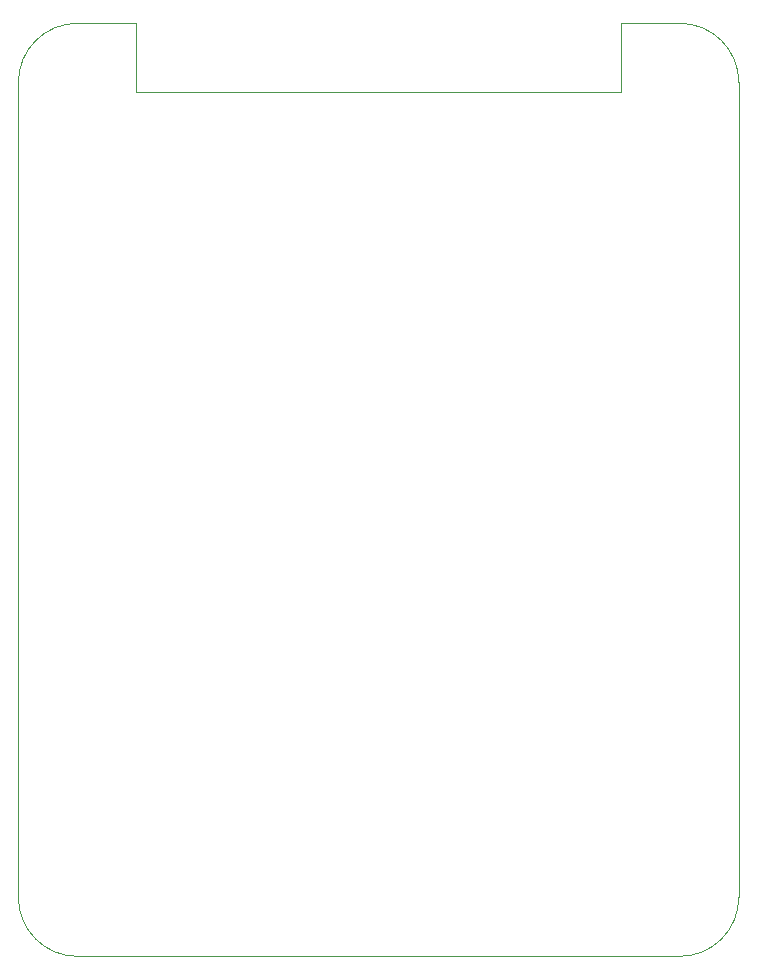
<source format=gbr>
G04 #@! TF.GenerationSoftware,KiCad,Pcbnew,8.0.4*
G04 #@! TF.CreationDate,2024-08-14T20:28:55-04:00*
G04 #@! TF.ProjectId,RP2350_80QFN_minimal,52503233-3530-45f3-9830-51464e5f6d69,REV3*
G04 #@! TF.SameCoordinates,Original*
G04 #@! TF.FileFunction,Profile,NP*
%FSLAX46Y46*%
G04 Gerber Fmt 4.6, Leading zero omitted, Abs format (unit mm)*
G04 Created by KiCad (PCBNEW 8.0.4) date 2024-08-14 20:28:55*
%MOMM*%
%LPD*%
G01*
G04 APERTURE LIST*
G04 #@! TA.AperFunction,Profile*
%ADD10C,0.050000*%
G04 #@! TD*
G04 #@! TA.AperFunction,Profile*
%ADD11C,0.100000*%
G04 #@! TD*
G04 APERTURE END LIST*
D10*
X170200000Y-127800000D02*
X174940000Y-127840000D01*
X161600000Y-127800000D02*
X123940000Y-127840000D01*
X123940000Y-127840000D02*
G75*
G02*
X118940000Y-122840000I0J5000000D01*
G01*
X179940000Y-122840000D02*
G75*
G02*
X174940000Y-127840000I-5000000J0D01*
G01*
X118940000Y-53840000D02*
G75*
G02*
X123940000Y-48840000I5000000J0D01*
G01*
X174940000Y-48840000D02*
G75*
G02*
X179940000Y-53840000I0J-5000000D01*
G01*
X118940000Y-53840000D02*
X118940000Y-122840000D01*
X179940000Y-53840000D02*
X179940000Y-122840000D01*
X128940000Y-48840000D02*
X123940000Y-48840000D01*
X128940000Y-54700000D02*
X128940000Y-48840000D01*
X169940000Y-48840000D02*
X174940000Y-48840000D01*
X169940000Y-54700000D02*
X169940000Y-48840000D01*
X128940000Y-54700000D02*
X169940000Y-54700000D01*
D11*
X161600000Y-127800000D02*
X170200000Y-127800000D01*
M02*

</source>
